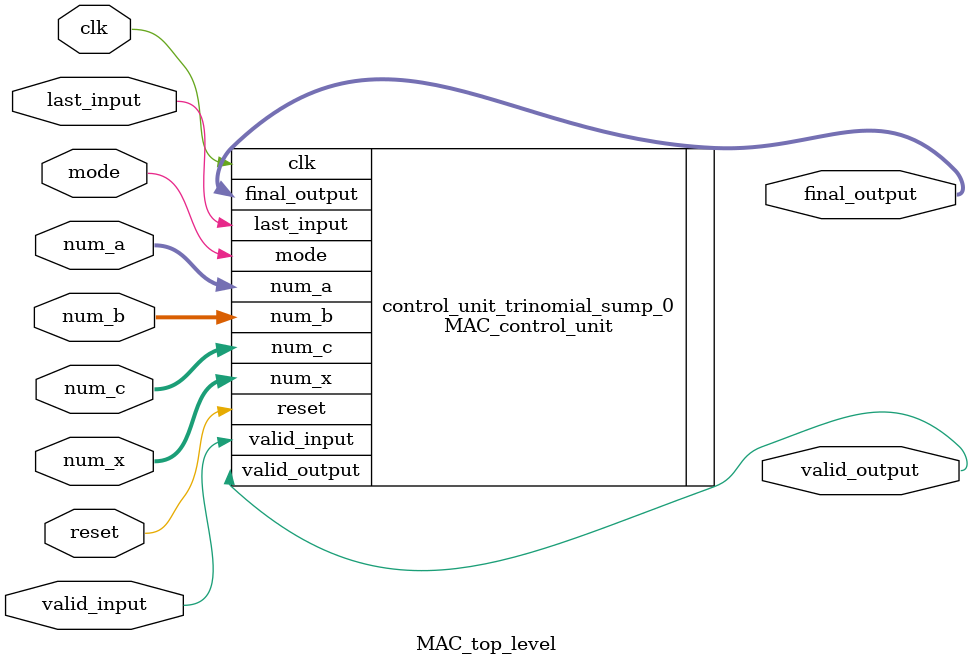
<source format=v>
module MAC_top_level(
	clk,
	reset,
	valid_input,
	valid_output,
	last_input,
	num_a,
	num_b,
	num_c,
	num_x,
	final_output,
	mode
);
	input clk, reset;

	input valid_input, last_input;
	input signed [7:0] num_a, num_b, num_c, num_x;
	input mode;

	output valid_output;
	output signed [16:0] final_output;

	MAC_control_unit control_unit_trinomial_sump_0(
		.clk(clk) ,
		.reset(reset) ,
		.valid_input(valid_input) ,
		.valid_output(valid_output) ,
		.last_input(last_input) ,
		.num_a(num_a) ,
		.num_b(num_b) ,
		.num_c(num_c) ,
		.num_x(num_x) ,
		.final_output(final_output) ,
		.mode(mode)
	);

endmodule // MAC_top_level
</source>
